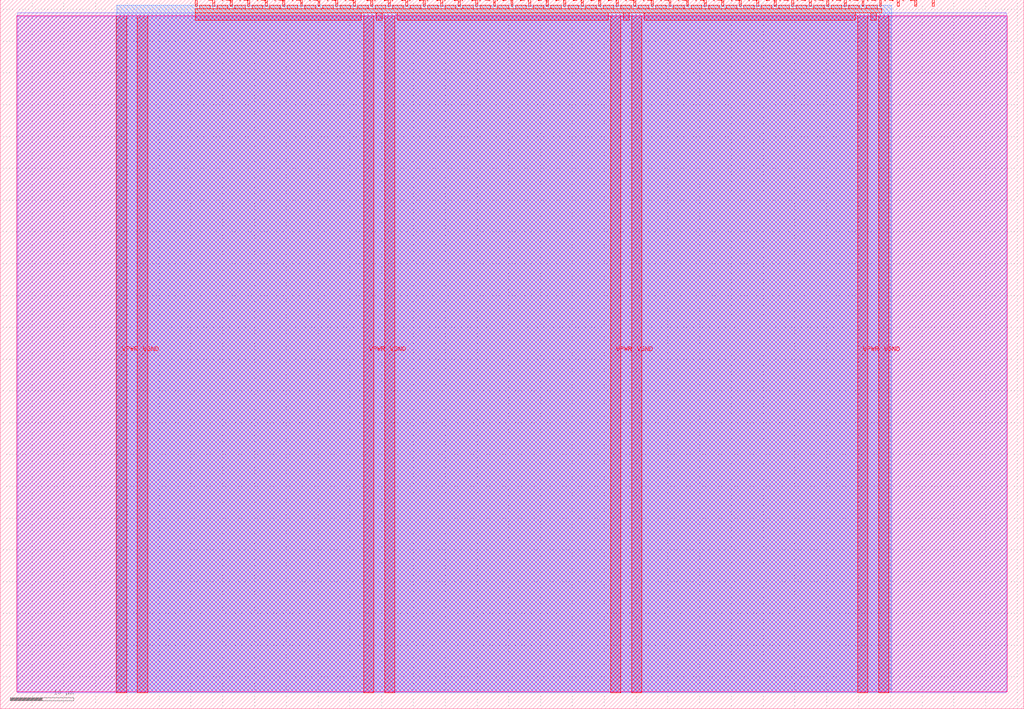
<source format=lef>
VERSION 5.7 ;
  NOWIREEXTENSIONATPIN ON ;
  DIVIDERCHAR "/" ;
  BUSBITCHARS "[]" ;
MACRO tt_um_wokwi_445254916601240577
  CLASS BLOCK ;
  FOREIGN tt_um_wokwi_445254916601240577 ;
  ORIGIN 0.000 0.000 ;
  SIZE 161.000 BY 111.520 ;
  PIN VGND
    DIRECTION INOUT ;
    USE GROUND ;
    PORT
      LAYER met4 ;
        RECT 21.580 2.480 23.180 109.040 ;
    END
    PORT
      LAYER met4 ;
        RECT 60.450 2.480 62.050 109.040 ;
    END
    PORT
      LAYER met4 ;
        RECT 99.320 2.480 100.920 109.040 ;
    END
    PORT
      LAYER met4 ;
        RECT 138.190 2.480 139.790 109.040 ;
    END
  END VGND
  PIN VPWR
    DIRECTION INOUT ;
    USE POWER ;
    PORT
      LAYER met4 ;
        RECT 18.280 2.480 19.880 109.040 ;
    END
    PORT
      LAYER met4 ;
        RECT 57.150 2.480 58.750 109.040 ;
    END
    PORT
      LAYER met4 ;
        RECT 96.020 2.480 97.620 109.040 ;
    END
    PORT
      LAYER met4 ;
        RECT 134.890 2.480 136.490 109.040 ;
    END
  END VPWR
  PIN clk
    DIRECTION INPUT ;
    USE SIGNAL ;
    PORT
      LAYER met4 ;
        RECT 143.830 110.520 144.130 111.520 ;
    END
  END clk
  PIN ena
    DIRECTION INPUT ;
    USE SIGNAL ;
    PORT
      LAYER met4 ;
        RECT 146.590 110.520 146.890 111.520 ;
    END
  END ena
  PIN rst_n
    DIRECTION INPUT ;
    USE SIGNAL ;
    PORT
      LAYER met4 ;
        RECT 141.070 110.520 141.370 111.520 ;
    END
  END rst_n
  PIN ui_in[0]
    DIRECTION INPUT ;
    USE SIGNAL ;
    ANTENNAGATEAREA 0.196500 ;
    PORT
      LAYER met4 ;
        RECT 138.310 110.520 138.610 111.520 ;
    END
  END ui_in[0]
  PIN ui_in[1]
    DIRECTION INPUT ;
    USE SIGNAL ;
    ANTENNAGATEAREA 0.196500 ;
    PORT
      LAYER met4 ;
        RECT 135.550 110.520 135.850 111.520 ;
    END
  END ui_in[1]
  PIN ui_in[2]
    DIRECTION INPUT ;
    USE SIGNAL ;
    ANTENNAGATEAREA 0.196500 ;
    PORT
      LAYER met4 ;
        RECT 132.790 110.520 133.090 111.520 ;
    END
  END ui_in[2]
  PIN ui_in[3]
    DIRECTION INPUT ;
    USE SIGNAL ;
    ANTENNAGATEAREA 0.196500 ;
    PORT
      LAYER met4 ;
        RECT 130.030 110.520 130.330 111.520 ;
    END
  END ui_in[3]
  PIN ui_in[4]
    DIRECTION INPUT ;
    USE SIGNAL ;
    ANTENNAGATEAREA 0.159000 ;
    PORT
      LAYER met4 ;
        RECT 127.270 110.520 127.570 111.520 ;
    END
  END ui_in[4]
  PIN ui_in[5]
    DIRECTION INPUT ;
    USE SIGNAL ;
    ANTENNAGATEAREA 0.159000 ;
    PORT
      LAYER met4 ;
        RECT 124.510 110.520 124.810 111.520 ;
    END
  END ui_in[5]
  PIN ui_in[6]
    DIRECTION INPUT ;
    USE SIGNAL ;
    ANTENNAGATEAREA 0.159000 ;
    PORT
      LAYER met4 ;
        RECT 121.750 110.520 122.050 111.520 ;
    END
  END ui_in[6]
  PIN ui_in[7]
    DIRECTION INPUT ;
    USE SIGNAL ;
    ANTENNAGATEAREA 0.159000 ;
    PORT
      LAYER met4 ;
        RECT 118.990 110.520 119.290 111.520 ;
    END
  END ui_in[7]
  PIN uio_in[0]
    DIRECTION INPUT ;
    USE SIGNAL ;
    PORT
      LAYER met4 ;
        RECT 116.230 110.520 116.530 111.520 ;
    END
  END uio_in[0]
  PIN uio_in[1]
    DIRECTION INPUT ;
    USE SIGNAL ;
    PORT
      LAYER met4 ;
        RECT 113.470 110.520 113.770 111.520 ;
    END
  END uio_in[1]
  PIN uio_in[2]
    DIRECTION INPUT ;
    USE SIGNAL ;
    PORT
      LAYER met4 ;
        RECT 110.710 110.520 111.010 111.520 ;
    END
  END uio_in[2]
  PIN uio_in[3]
    DIRECTION INPUT ;
    USE SIGNAL ;
    PORT
      LAYER met4 ;
        RECT 107.950 110.520 108.250 111.520 ;
    END
  END uio_in[3]
  PIN uio_in[4]
    DIRECTION INPUT ;
    USE SIGNAL ;
    PORT
      LAYER met4 ;
        RECT 105.190 110.520 105.490 111.520 ;
    END
  END uio_in[4]
  PIN uio_in[5]
    DIRECTION INPUT ;
    USE SIGNAL ;
    PORT
      LAYER met4 ;
        RECT 102.430 110.520 102.730 111.520 ;
    END
  END uio_in[5]
  PIN uio_in[6]
    DIRECTION INPUT ;
    USE SIGNAL ;
    PORT
      LAYER met4 ;
        RECT 99.670 110.520 99.970 111.520 ;
    END
  END uio_in[6]
  PIN uio_in[7]
    DIRECTION INPUT ;
    USE SIGNAL ;
    PORT
      LAYER met4 ;
        RECT 96.910 110.520 97.210 111.520 ;
    END
  END uio_in[7]
  PIN uio_oe[0]
    DIRECTION OUTPUT ;
    USE SIGNAL ;
    PORT
      LAYER met4 ;
        RECT 49.990 110.520 50.290 111.520 ;
    END
  END uio_oe[0]
  PIN uio_oe[1]
    DIRECTION OUTPUT ;
    USE SIGNAL ;
    PORT
      LAYER met4 ;
        RECT 47.230 110.520 47.530 111.520 ;
    END
  END uio_oe[1]
  PIN uio_oe[2]
    DIRECTION OUTPUT ;
    USE SIGNAL ;
    PORT
      LAYER met4 ;
        RECT 44.470 110.520 44.770 111.520 ;
    END
  END uio_oe[2]
  PIN uio_oe[3]
    DIRECTION OUTPUT ;
    USE SIGNAL ;
    PORT
      LAYER met4 ;
        RECT 41.710 110.520 42.010 111.520 ;
    END
  END uio_oe[3]
  PIN uio_oe[4]
    DIRECTION OUTPUT ;
    USE SIGNAL ;
    PORT
      LAYER met4 ;
        RECT 38.950 110.520 39.250 111.520 ;
    END
  END uio_oe[4]
  PIN uio_oe[5]
    DIRECTION OUTPUT ;
    USE SIGNAL ;
    PORT
      LAYER met4 ;
        RECT 36.190 110.520 36.490 111.520 ;
    END
  END uio_oe[5]
  PIN uio_oe[6]
    DIRECTION OUTPUT ;
    USE SIGNAL ;
    PORT
      LAYER met4 ;
        RECT 33.430 110.520 33.730 111.520 ;
    END
  END uio_oe[6]
  PIN uio_oe[7]
    DIRECTION OUTPUT ;
    USE SIGNAL ;
    PORT
      LAYER met4 ;
        RECT 30.670 110.520 30.970 111.520 ;
    END
  END uio_oe[7]
  PIN uio_out[0]
    DIRECTION OUTPUT ;
    USE SIGNAL ;
    PORT
      LAYER met4 ;
        RECT 72.070 110.520 72.370 111.520 ;
    END
  END uio_out[0]
  PIN uio_out[1]
    DIRECTION OUTPUT ;
    USE SIGNAL ;
    PORT
      LAYER met4 ;
        RECT 69.310 110.520 69.610 111.520 ;
    END
  END uio_out[1]
  PIN uio_out[2]
    DIRECTION OUTPUT ;
    USE SIGNAL ;
    PORT
      LAYER met4 ;
        RECT 66.550 110.520 66.850 111.520 ;
    END
  END uio_out[2]
  PIN uio_out[3]
    DIRECTION OUTPUT ;
    USE SIGNAL ;
    PORT
      LAYER met4 ;
        RECT 63.790 110.520 64.090 111.520 ;
    END
  END uio_out[3]
  PIN uio_out[4]
    DIRECTION OUTPUT ;
    USE SIGNAL ;
    PORT
      LAYER met4 ;
        RECT 61.030 110.520 61.330 111.520 ;
    END
  END uio_out[4]
  PIN uio_out[5]
    DIRECTION OUTPUT ;
    USE SIGNAL ;
    PORT
      LAYER met4 ;
        RECT 58.270 110.520 58.570 111.520 ;
    END
  END uio_out[5]
  PIN uio_out[6]
    DIRECTION OUTPUT ;
    USE SIGNAL ;
    PORT
      LAYER met4 ;
        RECT 55.510 110.520 55.810 111.520 ;
    END
  END uio_out[6]
  PIN uio_out[7]
    DIRECTION OUTPUT ;
    USE SIGNAL ;
    PORT
      LAYER met4 ;
        RECT 52.750 110.520 53.050 111.520 ;
    END
  END uio_out[7]
  PIN uo_out[0]
    DIRECTION OUTPUT ;
    USE SIGNAL ;
    ANTENNADIFFAREA 0.795200 ;
    PORT
      LAYER met4 ;
        RECT 94.150 110.520 94.450 111.520 ;
    END
  END uo_out[0]
  PIN uo_out[1]
    DIRECTION OUTPUT ;
    USE SIGNAL ;
    ANTENNADIFFAREA 0.445500 ;
    PORT
      LAYER met4 ;
        RECT 91.390 110.520 91.690 111.520 ;
    END
  END uo_out[1]
  PIN uo_out[2]
    DIRECTION OUTPUT ;
    USE SIGNAL ;
    ANTENNADIFFAREA 0.445500 ;
    PORT
      LAYER met4 ;
        RECT 88.630 110.520 88.930 111.520 ;
    END
  END uo_out[2]
  PIN uo_out[3]
    DIRECTION OUTPUT ;
    USE SIGNAL ;
    ANTENNADIFFAREA 0.445500 ;
    PORT
      LAYER met4 ;
        RECT 85.870 110.520 86.170 111.520 ;
    END
  END uo_out[3]
  PIN uo_out[4]
    DIRECTION OUTPUT ;
    USE SIGNAL ;
    ANTENNADIFFAREA 0.445500 ;
    PORT
      LAYER met4 ;
        RECT 83.110 110.520 83.410 111.520 ;
    END
  END uo_out[4]
  PIN uo_out[5]
    DIRECTION OUTPUT ;
    USE SIGNAL ;
    ANTENNADIFFAREA 0.445500 ;
    PORT
      LAYER met4 ;
        RECT 80.350 110.520 80.650 111.520 ;
    END
  END uo_out[5]
  PIN uo_out[6]
    DIRECTION OUTPUT ;
    USE SIGNAL ;
    ANTENNADIFFAREA 0.445500 ;
    PORT
      LAYER met4 ;
        RECT 77.590 110.520 77.890 111.520 ;
    END
  END uo_out[6]
  PIN uo_out[7]
    DIRECTION OUTPUT ;
    USE SIGNAL ;
    PORT
      LAYER met4 ;
        RECT 74.830 110.520 75.130 111.520 ;
    END
  END uo_out[7]
  OBS
      LAYER nwell ;
        RECT 2.570 2.635 158.430 108.990 ;
      LAYER li1 ;
        RECT 2.760 2.635 158.240 108.885 ;
      LAYER met1 ;
        RECT 2.760 2.480 158.240 109.440 ;
      LAYER met2 ;
        RECT 18.310 2.535 140.210 110.685 ;
      LAYER met3 ;
        RECT 18.290 2.555 140.235 110.665 ;
      LAYER met4 ;
        RECT 31.370 110.120 33.030 110.665 ;
        RECT 34.130 110.120 35.790 110.665 ;
        RECT 36.890 110.120 38.550 110.665 ;
        RECT 39.650 110.120 41.310 110.665 ;
        RECT 42.410 110.120 44.070 110.665 ;
        RECT 45.170 110.120 46.830 110.665 ;
        RECT 47.930 110.120 49.590 110.665 ;
        RECT 50.690 110.120 52.350 110.665 ;
        RECT 53.450 110.120 55.110 110.665 ;
        RECT 56.210 110.120 57.870 110.665 ;
        RECT 58.970 110.120 60.630 110.665 ;
        RECT 61.730 110.120 63.390 110.665 ;
        RECT 64.490 110.120 66.150 110.665 ;
        RECT 67.250 110.120 68.910 110.665 ;
        RECT 70.010 110.120 71.670 110.665 ;
        RECT 72.770 110.120 74.430 110.665 ;
        RECT 75.530 110.120 77.190 110.665 ;
        RECT 78.290 110.120 79.950 110.665 ;
        RECT 81.050 110.120 82.710 110.665 ;
        RECT 83.810 110.120 85.470 110.665 ;
        RECT 86.570 110.120 88.230 110.665 ;
        RECT 89.330 110.120 90.990 110.665 ;
        RECT 92.090 110.120 93.750 110.665 ;
        RECT 94.850 110.120 96.510 110.665 ;
        RECT 97.610 110.120 99.270 110.665 ;
        RECT 100.370 110.120 102.030 110.665 ;
        RECT 103.130 110.120 104.790 110.665 ;
        RECT 105.890 110.120 107.550 110.665 ;
        RECT 108.650 110.120 110.310 110.665 ;
        RECT 111.410 110.120 113.070 110.665 ;
        RECT 114.170 110.120 115.830 110.665 ;
        RECT 116.930 110.120 118.590 110.665 ;
        RECT 119.690 110.120 121.350 110.665 ;
        RECT 122.450 110.120 124.110 110.665 ;
        RECT 125.210 110.120 126.870 110.665 ;
        RECT 127.970 110.120 129.630 110.665 ;
        RECT 130.730 110.120 132.390 110.665 ;
        RECT 133.490 110.120 135.150 110.665 ;
        RECT 136.250 110.120 137.910 110.665 ;
        RECT 30.655 109.440 138.625 110.120 ;
        RECT 30.655 108.295 56.750 109.440 ;
        RECT 59.150 108.295 60.050 109.440 ;
        RECT 62.450 108.295 95.620 109.440 ;
        RECT 98.020 108.295 98.920 109.440 ;
        RECT 101.320 108.295 134.490 109.440 ;
        RECT 136.890 108.295 137.790 109.440 ;
  END
END tt_um_wokwi_445254916601240577
END LIBRARY


</source>
